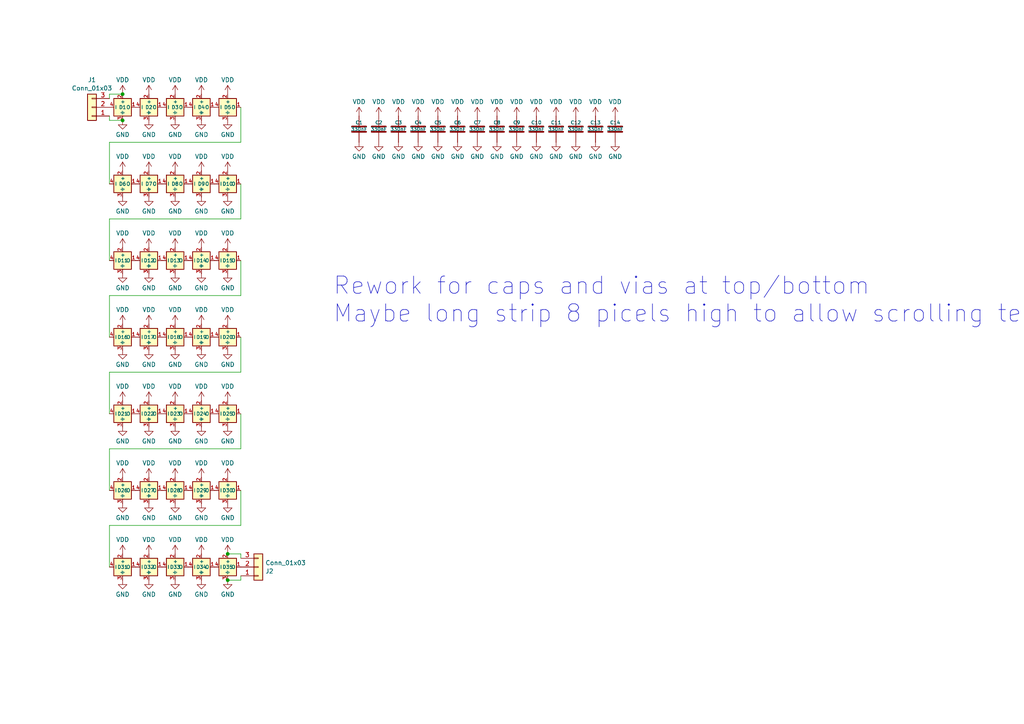
<source format=kicad_sch>
(kicad_sch (version 20230121) (generator eeschema)
  (paper "A4")
  (title_block (title "LED ring coaster") (date "${DATE}") (rev "1") (comment 1 "@revk@toot.me.uk") (comment 2 "www.me.uk"))
  (lib_symbols
    (symbol "Connector_Generic:Conn_01x03" (pin_names (offset 1.016) hide)
      (property "Reference" "J" (at 0 5.08 0))
      (property "Value" "Conn_01x03" (at 0 -5.08 0))
      (symbol "Conn_01x03_1_1"
        (rectangle (start -1.27 -2.413) (end 0 -2.667) (stroke (width 0.1524)))
        (rectangle (start -1.27 0.127) (end 0 -0.127) (stroke (width 0.1524)))
        (rectangle (start -1.27 2.667) (end 0 2.413) (stroke (width 0.1524)))
        (rectangle (start -1.27 3.81) (end 1.27 -3.81) (stroke (width 0.254)) (fill (type background)))
        (pin passive line (at -5.08 2.54 0) (length 3.81) (name "Pin_1") (number "1"))
        (pin passive line (at -5.08 0 0) (length 3.81) (name "Pin_2") (number "2"))
        (pin passive line (at -5.08 -2.54 0) (length 3.81) (name "Pin_3") (number "3"))
      )
    )
    (symbol "Device:C" (pin_numbers hide) (pin_names (offset 0.254))
      (property "Reference" "C" (at 0.635 2.54 0))
      (property "Value" "C" (at 0.635 -2.54 0))
      (symbol "C_0_1"
        (polyline (pts (xy -2.032 -0.762) (xy 2.032 -0.762)) (stroke (width 0.508)))
        (polyline (pts (xy -2.032 0.762) (xy 2.032 0.762)) (stroke (width 0.508)))
      )
      (symbol "C_1_1"
        (pin passive line (at 0 3.81 270) (length 2.794) (name "~") (number "1"))
        (pin passive line (at 0 -3.81 90) (length 2.794) (name "~") (number "2"))
      )
    )
    (symbol "RevK:WS2812B-1mm" (pin_names (offset 0.254))
      (property "Reference" "D" (at 0 0 0))
      (symbol "WS2812B-1mm_0_1"
        (rectangle (start -2.54 2.54) (end 2.54 -2.54) (stroke (width 0.254)) (fill (type background)))
      )
      (symbol "WS2812B-1mm_1_1"
        (pin output line (at 3.81 0 180) (length 1.27) (name "O") (number "1"))
        (pin power_in line (at 0 3.81 270) (length 1.27) (name "+") (number "2"))
        (pin power_in line (at 0 -3.81 90) (length 1.27) (name "⏚") (number "3"))
        (pin input line (at -3.81 0 0) (length 1.27) (name "I") (number "4"))
      )
    )
    (symbol "power:GND" (power) (pin_names (offset 0))
      (property "Value" "GND" (at 0 -3.81 0))
      (symbol "GND_0_1"
        (polyline (pts (xy 0 0) (xy 0 -1.27) (xy 1.27 -1.27) (xy 0 -2.54) (xy -1.27 -1.27) (xy 0 -1.27)))
      )
      (symbol "GND_1_1"
        (pin power_in line (at 0 0 270) (length 0) hide (name "GND") (number "1"))
      )
    )
    (symbol "power:VDD" (power) (pin_names (offset 0))
      (property "Value" "VDD" (at 0 3.81 0))
      (symbol "VDD_0_1"
        (polyline (pts (xy -0.762 1.27) (xy 0 2.54)))
        (polyline (pts (xy 0 0) (xy 0 2.54)))
        (polyline (pts (xy 0 2.54) (xy 0.762 1.27)))
      )
      (symbol "VDD_1_1"
        (pin power_in line (at 0 0 90) (length 0) hide (name "VDD") (number "1"))
      )
    )
  )
  (junction (at 66.04 168.275))
  (junction (at 35.56 27.305))
  (junction (at 66.04 160.655))
  (junction (at 35.56 34.925))
  (wire (pts (xy 69.85 161.925) (xy 69.85 160.655)))
  (wire (pts (xy 31.75 152.4) (xy 31.75 164.465)))
  (wire (pts (xy 31.75 130.175) (xy 31.75 142.24)))
  (wire (pts (xy 69.85 75.565) (xy 69.85 85.725)))
  (wire (pts (xy 69.85 160.655) (xy 66.04 160.655)))
  (wire (pts (xy 69.85 130.175) (xy 31.75 130.175)))
  (wire (pts (xy 31.75 27.305) (xy 35.56 27.305)))
  (wire (pts (xy 31.75 63.5) (xy 31.75 75.565)))
  (wire (pts (xy 69.85 142.24) (xy 69.85 152.4)))
  (wire (pts (xy 69.85 31.115) (xy 69.85 41.275)))
  (wire (pts (xy 69.85 97.79) (xy 69.85 107.95)))
  (wire (pts (xy 69.85 168.275) (xy 66.04 168.275)))
  (wire (pts (xy 31.75 107.95) (xy 31.75 120.015)))
  (wire (pts (xy 31.75 41.275) (xy 31.75 53.34)))
  (wire (pts (xy 31.75 33.655) (xy 31.75 34.925)))
  (wire (pts (xy 69.85 63.5) (xy 31.75 63.5)))
  (wire (pts (xy 31.75 28.575) (xy 31.75 27.305)))
  (wire (pts (xy 31.75 34.925) (xy 35.56 34.925)))
  (wire (pts (xy 31.75 85.725) (xy 31.75 97.79)))
  (wire (pts (xy 69.85 120.015) (xy 69.85 130.175)))
  (wire (pts (xy 69.85 85.725) (xy 31.75 85.725)))
  (wire (pts (xy 69.85 41.275) (xy 31.75 41.275)))
  (wire (pts (xy 69.85 53.34) (xy 69.85 63.5)))
  (wire (pts (xy 69.85 107.95) (xy 31.75 107.95)))
  (wire (pts (xy 69.85 152.4) (xy 31.75 152.4)))
  (wire (pts (xy 69.85 167.005) (xy 69.85 168.275)))
  (text "Rework for caps and vias at top/bottom\nMaybe long strip 8 picels high to allow scrolling text" (at 96.52 93.98 0) (effects (font (size 5 5)) (justify left bottom)))
  (symbol (lib_id "power:GND") (at 50.8 168.275 0) (unit 1)
    (property "Reference" "#PWR092" (effects hide))
    (property "Value" "GND" (at 50.8 172.4081 0))
  )
  (symbol (lib_id "power:VDD") (at 121.285 33.655 0) (unit 1)
    (property "Reference" "#PWR010" (effects hide))
    (property "Value" "VDD" (at 121.285 29.5219 0))
  )
  (symbol (lib_id "power:VDD") (at 172.72 33.655 0) (unit 1)
    (property "Reference" "#PWR095" (effects hide))
    (property "Value" "VDD" (at 172.72 29.5219 0))
  )
  (symbol (lib_id "RevK:WS2812B-1mm") (at 43.18 120.015 0) (unit 1)
    (property "Reference" "D22" (at 43.18 120.015 0) (effects (font (size 1 1))))
    (property "Value" "XL-1010RGBC-WS2812B" (effects hide))
    (property "Footprint" "RevK:SMD1010" (effects hide))
    (property "Datasheet" "https://datasheet.lcsc.com/lcsc/2301111010_XINGLIGHT-XL-1010RGBC-WS2812B_C5349953.pdf" (effects hide))
    (property "LCSC Part #" "C5349953" (effects hide))
  )
  (symbol (lib_id "Device:C") (at 104.14 37.465 0) (unit 1)
    (property "Reference" "C1" (at 104.14 35.56 0) (effects (font (size 1 1))))
    (property "Value" "330nF" (at 104.14 37.465 0) (effects (font (size 1 1))))
    (property "Footprint" "RevK:C_0402" (effects hide))
  )
  (symbol (lib_id "RevK:WS2812B-1mm") (at 66.04 142.24 0) (unit 1)
    (property "Reference" "D30" (at 66.04 142.24 0) (effects (font (size 1 1))))
    (property "Value" "XL-1010RGBC-WS2812B" (effects hide))
    (property "Footprint" "RevK:SMD1010" (effects hide))
    (property "Datasheet" "https://datasheet.lcsc.com/lcsc/2301111010_XINGLIGHT-XL-1010RGBC-WS2812B_C5349953.pdf" (effects hide))
    (property "LCSC Part #" "C5349953" (effects hide))
  )
  (symbol (lib_id "power:GND") (at 35.56 79.375 0) (unit 1)
    (property "Reference" "#PWR050" (effects hide))
    (property "Value" "GND" (at 35.56 83.5081 0))
  )
  (symbol (lib_id "power:VDD") (at 144.145 33.655 0) (unit 1)
    (property "Reference" "#PWR016" (effects hide))
    (property "Value" "VDD" (at 144.145 29.5219 0))
  )
  (symbol (lib_id "RevK:WS2812B-1mm") (at 66.04 75.565 0) (unit 1)
    (property "Reference" "D15" (at 66.04 75.565 0) (effects (font (size 1 1))))
    (property "Value" "XL-1010RGBC-WS2812B" (effects hide))
    (property "Footprint" "RevK:SMD1010" (effects hide))
    (property "Datasheet" "https://datasheet.lcsc.com/lcsc/2301111010_XINGLIGHT-XL-1010RGBC-WS2812B_C5349953.pdf" (effects hide))
    (property "LCSC Part #" "C5349953" (effects hide))
  )
  (symbol (lib_id "power:GND") (at 35.56 101.6 0) (unit 1)
    (property "Reference" "#PWR060" (effects hide))
    (property "Value" "GND" (at 35.56 105.7331 0))
  )
  (symbol (lib_id "power:VDD") (at 58.42 138.43 0) (unit 1)
    (property "Reference" "#PWR078" (effects hide))
    (property "Value" "VDD" (at 58.42 134.2969 0))
  )
  (symbol (lib_id "power:GND") (at 149.86 41.275 0) (unit 1)
    (property "Reference" "#PWR031" (effects hide))
    (property "Value" "GND" (at 149.86 45.4081 0))
  )
  (symbol (lib_id "power:GND") (at 66.04 146.05 0) (unit 1)
    (property "Reference" "#PWR084" (effects hide))
    (property "Value" "GND" (at 66.04 150.1831 0))
  )
  (symbol (lib_id "power:GND") (at 127 41.275 0) (unit 1)
    (property "Reference" "#PWR017" (effects hide))
    (property "Value" "GND" (at 127 45.4081 0))
  )
  (symbol (lib_id "RevK:WS2812B-1mm") (at 43.18 75.565 0) (unit 1)
    (property "Reference" "D12" (at 43.18 75.565 0) (effects (font (size 1 1))))
    (property "Value" "XL-1010RGBC-WS2812B" (effects hide))
    (property "Footprint" "RevK:SMD1010" (effects hide))
    (property "Datasheet" "https://datasheet.lcsc.com/lcsc/2301111010_XINGLIGHT-XL-1010RGBC-WS2812B_C5349953.pdf" (effects hide))
    (property "LCSC Part #" "C5349953" (effects hide))
  )
  (symbol (lib_id "Device:C") (at 115.57 37.465 0) (unit 1)
    (property "Reference" "C3" (at 115.57 35.56 0) (effects (font (size 1 1))))
    (property "Value" "330nF" (at 115.57 37.465 0) (effects (font (size 1 1))))
    (property "Footprint" "RevK:C_0402" (effects hide))
  )
  (symbol (lib_id "RevK:WS2812B-1mm") (at 50.8 164.465 0) (unit 1)
    (property "Reference" "D33" (at 50.8 164.465 0) (effects (font (size 1 1))))
    (property "Value" "XL-1010RGBC-WS2812B" (effects hide))
    (property "Footprint" "RevK:SMD1010" (effects hide))
    (property "Datasheet" "https://datasheet.lcsc.com/lcsc/2301111010_XINGLIGHT-XL-1010RGBC-WS2812B_C5349953.pdf" (effects hide))
    (property "LCSC Part #" "C5349953" (effects hide))
  )
  (symbol (lib_id "RevK:WS2812B-1mm") (at 58.42 120.015 0) (unit 1)
    (property "Reference" "D24" (at 58.42 120.015 0) (effects (font (size 1 1))))
    (property "Value" "XL-1010RGBC-WS2812B" (effects hide))
    (property "Footprint" "RevK:SMD1010" (effects hide))
    (property "Datasheet" "https://datasheet.lcsc.com/lcsc/2301111010_XINGLIGHT-XL-1010RGBC-WS2812B_C5349953.pdf" (effects hide))
    (property "LCSC Part #" "C5349953" (effects hide))
  )
  (symbol (lib_id "RevK:WS2812B-1mm") (at 35.56 31.115 0) (unit 1)
    (property "Reference" "D1" (at 35.56 31.115 0) (effects (font (size 1 1))))
    (property "Value" "XL-1010RGBC-WS2812B" (effects hide))
    (property "Footprint" "RevK:SMD1010" (effects hide))
    (property "Datasheet" "https://datasheet.lcsc.com/lcsc/2301111010_XINGLIGHT-XL-1010RGBC-WS2812B_C5349953.pdf" (effects hide))
    (property "LCSC Part #" "C5349953" (effects hide))
  )
  (symbol (lib_id "power:VDD") (at 115.57 33.655 0) (unit 1)
    (property "Reference" "#PWR09" (effects hide))
    (property "Value" "VDD" (at 115.57 29.5219 0))
  )
  (symbol (lib_id "RevK:WS2812B-1mm") (at 58.42 164.465 0) (unit 1)
    (property "Reference" "D34" (at 58.42 164.465 0) (effects (font (size 1 1))))
    (property "Value" "XL-1010RGBC-WS2812B" (effects hide))
    (property "Footprint" "RevK:SMD1010" (effects hide))
    (property "Datasheet" "https://datasheet.lcsc.com/lcsc/2301111010_XINGLIGHT-XL-1010RGBC-WS2812B_C5349953.pdf" (effects hide))
    (property "LCSC Part #" "C5349953" (effects hide))
  )
  (symbol (lib_id "power:GND") (at 155.575 41.275 0) (unit 1)
    (property "Reference" "#PWR032" (effects hide))
    (property "Value" "GND" (at 155.575 45.4081 0))
  )
  (symbol (lib_id "power:GND") (at 43.18 79.375 0) (unit 1)
    (property "Reference" "#PWR051" (effects hide))
    (property "Value" "GND" (at 43.18 83.5081 0))
  )
  (symbol (lib_id "power:GND") (at 178.435 41.275 0) (unit 1)
    (property "Reference" "#PWR098" (effects hide))
    (property "Value" "GND" (at 178.435 45.4081 0))
  )
  (symbol (lib_id "power:VDD") (at 35.56 93.98 0) (unit 1)
    (property "Reference" "#PWR055" (effects hide))
    (property "Value" "VDD" (at 35.56 89.8469 0))
  )
  (symbol (lib_id "power:GND") (at 109.855 41.275 0) (unit 1)
    (property "Reference" "#PWR08" (effects hide))
    (property "Value" "GND" (at 109.855 45.4081 0))
  )
  (symbol (lib_id "power:VDD") (at 43.18 71.755 0) (unit 1)
    (property "Reference" "#PWR046" (effects hide))
    (property "Value" "VDD" (at 43.18 67.6219 0))
  )
  (symbol (lib_id "power:GND") (at 50.8 34.925 0) (unit 1)
    (property "Reference" "#PWR020" (effects hide))
    (property "Value" "GND" (at 50.8 39.0581 0))
  )
  (symbol (lib_id "Device:C") (at 109.855 37.465 0) (unit 1)
    (property "Reference" "C2" (at 109.855 35.56 0) (effects (font (size 1 1))))
    (property "Value" "330nF" (at 109.855 37.465 0) (effects (font (size 1 1))))
    (property "Footprint" "RevK:C_0402" (effects hide))
  )
  (symbol (lib_id "power:VDD") (at 138.43 33.655 0) (unit 1)
    (property "Reference" "#PWR015" (effects hide))
    (property "Value" "VDD" (at 138.43 29.5219 0))
  )
  (symbol (lib_id "Device:C") (at 155.575 37.465 0) (unit 1)
    (property "Reference" "C10" (at 155.575 35.56 0) (effects (font (size 1 1))))
    (property "Value" "330nF" (at 155.575 37.465 0) (effects (font (size 1 1))))
    (property "Footprint" "RevK:C_0402" (effects hide))
  )
  (symbol (lib_id "power:VDD") (at 35.56 116.205 0) (unit 1)
    (property "Reference" "#PWR065" (effects hide))
    (property "Value" "VDD" (at 35.56 112.0719 0))
  )
  (symbol (lib_id "RevK:WS2812B-1mm") (at 58.42 75.565 0) (unit 1)
    (property "Reference" "D14" (at 58.42 75.565 0) (effects (font (size 1 1))))
    (property "Value" "XL-1010RGBC-WS2812B" (effects hide))
    (property "Footprint" "RevK:SMD1010" (effects hide))
    (property "Datasheet" "https://datasheet.lcsc.com/lcsc/2301111010_XINGLIGHT-XL-1010RGBC-WS2812B_C5349953.pdf" (effects hide))
    (property "LCSC Part #" "C5349953" (effects hide))
  )
  (symbol (lib_id "power:VDD") (at 50.8 116.205 0) (unit 1)
    (property "Reference" "#PWR067" (effects hide))
    (property "Value" "VDD" (at 50.8 112.0719 0))
  )
  (symbol (lib_id "power:GND") (at 43.18 101.6 0) (unit 1)
    (property "Reference" "#PWR061" (effects hide))
    (property "Value" "GND" (at 43.18 105.7331 0))
  )
  (symbol (lib_id "power:GND") (at 35.56 168.275 0) (unit 1)
    (property "Reference" "#PWR090" (effects hide))
    (property "Value" "GND" (at 35.56 172.4081 0))
  )
  (symbol (lib_id "power:GND") (at 58.42 79.375 0) (unit 1)
    (property "Reference" "#PWR053" (effects hide))
    (property "Value" "GND" (at 58.42 83.5081 0))
  )
  (symbol (lib_id "power:VDD") (at 50.8 49.53 0) (unit 1)
    (property "Reference" "#PWR037" (effects hide))
    (property "Value" "VDD" (at 50.8 45.3969 0))
  )
  (symbol (lib_id "power:VDD") (at 149.86 33.655 0) (unit 1)
    (property "Reference" "#PWR027" (effects hide))
    (property "Value" "VDD" (at 149.86 29.5219 0))
  )
  (symbol (lib_id "power:VDD") (at 161.29 33.655 0) (unit 1)
    (property "Reference" "#PWR029" (effects hide))
    (property "Value" "VDD" (at 161.29 29.5219 0))
  )
  (symbol (lib_id "power:GND") (at 66.04 34.925 0) (unit 1)
    (property "Reference" "#PWR022" (effects hide))
    (property "Value" "GND" (at 66.04 39.0581 0))
  )
  (symbol (lib_id "power:GND") (at 144.145 41.275 0) (unit 1)
    (property "Reference" "#PWR026" (effects hide))
    (property "Value" "GND" (at 144.145 45.4081 0))
  )
  (symbol (lib_id "Device:C") (at 144.145 37.465 0) (unit 1)
    (property "Reference" "C8" (at 144.145 35.56 0) (effects (font (size 1 1))))
    (property "Value" "330nF" (at 144.145 37.465 0) (effects (font (size 1 1))))
    (property "Footprint" "RevK:C_0402" (effects hide))
  )
  (symbol (lib_id "power:GND") (at 121.285 41.275 0) (unit 1)
    (property "Reference" "#PWR012" (effects hide))
    (property "Value" "GND" (at 121.285 45.4081 0))
  )
  (symbol (lib_id "power:VDD") (at 178.435 33.655 0) (unit 1)
    (property "Reference" "#PWR097" (effects hide))
    (property "Value" "VDD" (at 178.435 29.5219 0))
  )
  (symbol (lib_id "power:GND") (at 43.18 146.05 0) (unit 1)
    (property "Reference" "#PWR081" (effects hide))
    (property "Value" "GND" (at 43.18 150.1831 0))
  )
  (symbol (lib_id "RevK:WS2812B-1mm") (at 66.04 97.79 0) (unit 1)
    (property "Reference" "D20" (at 66.04 97.79 0) (effects (font (size 1 1))))
    (property "Value" "XL-1010RGBC-WS2812B" (effects hide))
    (property "Footprint" "RevK:SMD1010" (effects hide))
    (property "Datasheet" "https://datasheet.lcsc.com/lcsc/2301111010_XINGLIGHT-XL-1010RGBC-WS2812B_C5349953.pdf" (effects hide))
    (property "LCSC Part #" "C5349953" (effects hide))
  )
  (symbol (lib_id "power:GND") (at 167.005 41.275 0) (unit 1)
    (property "Reference" "#PWR034" (effects hide))
    (property "Value" "GND" (at 167.005 45.4081 0))
  )
  (symbol (lib_id "power:VDD") (at 127 33.655 0) (unit 1)
    (property "Reference" "#PWR013" (effects hide))
    (property "Value" "VDD" (at 127 29.5219 0))
  )
  (symbol (lib_id "power:GND") (at 66.04 79.375 0) (unit 1)
    (property "Reference" "#PWR054" (effects hide))
    (property "Value" "GND" (at 66.04 83.5081 0))
  )
  (symbol (lib_id "power:VDD") (at 66.04 27.305 0) (unit 1)
    (property "Reference" "#PWR05" (effects hide))
    (property "Value" "VDD" (at 66.04 23.1719 0))
  )
  (symbol (lib_id "Device:C") (at 127 37.465 0) (unit 1)
    (property "Reference" "C5" (at 127 35.56 0) (effects (font (size 1 1))))
    (property "Value" "330nF" (at 127 37.465 0) (effects (font (size 1 1))))
    (property "Footprint" "RevK:C_0402" (effects hide))
  )
  (symbol (lib_id "RevK:WS2812B-1mm") (at 35.56 53.34 0) (unit 1)
    (property "Reference" "D6" (at 35.56 53.34 0) (effects (font (size 1 1))))
    (property "Value" "XL-1010RGBC-WS2812B" (effects hide))
    (property "Footprint" "RevK:SMD1010" (effects hide))
    (property "Datasheet" "https://datasheet.lcsc.com/lcsc/2301111010_XINGLIGHT-XL-1010RGBC-WS2812B_C5349953.pdf" (effects hide))
    (property "LCSC Part #" "C5349953" (effects hide))
  )
  (symbol (lib_id "power:VDD") (at 35.56 138.43 0) (unit 1)
    (property "Reference" "#PWR075" (effects hide))
    (property "Value" "VDD" (at 35.56 134.2969 0))
  )
  (symbol (lib_id "RevK:WS2812B-1mm") (at 66.04 164.465 0) (unit 1)
    (property "Reference" "D35" (at 66.04 164.465 0) (effects (font (size 1 1))))
    (property "Value" "XL-1010RGBC-WS2812B" (effects hide))
    (property "Footprint" "RevK:SMD1010" (effects hide))
    (property "Datasheet" "https://datasheet.lcsc.com/lcsc/2301111010_XINGLIGHT-XL-1010RGBC-WS2812B_C5349953.pdf" (effects hide))
    (property "LCSC Part #" "C5349953" (effects hide))
  )
  (symbol (lib_id "Device:C") (at 178.435 37.465 0) (unit 1)
    (property "Reference" "C14" (at 178.435 35.56 0) (effects (font (size 1 1))))
    (property "Value" "330nF" (at 178.435 37.465 0) (effects (font (size 1 1))))
    (property "Footprint" "RevK:C_0402" (effects hide))
  )
  (symbol (lib_id "RevK:WS2812B-1mm") (at 35.56 164.465 0) (unit 1)
    (property "Reference" "D31" (at 35.56 164.465 0) (effects (font (size 1 1))))
    (property "Value" "XL-1010RGBC-WS2812B" (effects hide))
    (property "Footprint" "RevK:SMD1010" (effects hide))
    (property "Datasheet" "https://datasheet.lcsc.com/lcsc/2301111010_XINGLIGHT-XL-1010RGBC-WS2812B_C5349953.pdf" (effects hide))
    (property "LCSC Part #" "C5349953" (effects hide))
  )
  (symbol (lib_id "RevK:WS2812B-1mm") (at 50.8 75.565 0) (unit 1)
    (property "Reference" "D13" (at 50.8 75.565 0) (effects (font (size 1 1))))
    (property "Value" "XL-1010RGBC-WS2812B" (effects hide))
    (property "Footprint" "RevK:SMD1010" (effects hide))
    (property "Datasheet" "https://datasheet.lcsc.com/lcsc/2301111010_XINGLIGHT-XL-1010RGBC-WS2812B_C5349953.pdf" (effects hide))
    (property "LCSC Part #" "C5349953" (effects hide))
  )
  (symbol (lib_id "power:GND") (at 43.18 57.15 0) (unit 1)
    (property "Reference" "#PWR041" (effects hide))
    (property "Value" "GND" (at 43.18 61.2831 0))
  )
  (symbol (lib_id "power:VDD") (at 155.575 33.655 0) (unit 1)
    (property "Reference" "#PWR028" (effects hide))
    (property "Value" "VDD" (at 155.575 29.5219 0))
  )
  (symbol (lib_id "power:GND") (at 138.43 41.275 0) (unit 1)
    (property "Reference" "#PWR025" (effects hide))
    (property "Value" "GND" (at 138.43 45.4081 0))
  )
  (symbol (lib_id "power:GND") (at 161.29 41.275 0) (unit 1)
    (property "Reference" "#PWR033" (effects hide))
    (property "Value" "GND" (at 161.29 45.4081 0))
  )
  (symbol (lib_id "Device:C") (at 161.29 37.465 0) (unit 1)
    (property "Reference" "C11" (at 161.29 35.56 0) (effects (font (size 1 1))))
    (property "Value" "330nF" (at 161.29 37.465 0) (effects (font (size 1 1))))
    (property "Footprint" "RevK:C_0402" (effects hide))
  )
  (symbol (lib_id "power:GND") (at 50.8 57.15 0) (unit 1)
    (property "Reference" "#PWR042" (effects hide))
    (property "Value" "GND" (at 50.8 61.2831 0))
  )
  (symbol (lib_id "power:VDD") (at 50.8 93.98 0) (unit 1)
    (property "Reference" "#PWR057" (effects hide))
    (property "Value" "VDD" (at 50.8 89.8469 0))
  )
  (symbol (lib_id "RevK:WS2812B-1mm") (at 50.8 97.79 0) (unit 1)
    (property "Reference" "D18" (at 50.8 97.79 0) (effects (font (size 1 1))))
    (property "Value" "XL-1010RGBC-WS2812B" (effects hide))
    (property "Footprint" "RevK:SMD1010" (effects hide))
    (property "Datasheet" "https://datasheet.lcsc.com/lcsc/2301111010_XINGLIGHT-XL-1010RGBC-WS2812B_C5349953.pdf" (effects hide))
    (property "LCSC Part #" "C5349953" (effects hide))
  )
  (symbol (lib_id "RevK:WS2812B-1mm") (at 58.42 97.79 0) (unit 1)
    (property "Reference" "D19" (at 58.42 97.79 0) (effects (font (size 1 1))))
    (property "Value" "XL-1010RGBC-WS2812B" (effects hide))
    (property "Footprint" "RevK:SMD1010" (effects hide))
    (property "Datasheet" "https://datasheet.lcsc.com/lcsc/2301111010_XINGLIGHT-XL-1010RGBC-WS2812B_C5349953.pdf" (effects hide))
    (property "LCSC Part #" "C5349953" (effects hide))
  )
  (symbol (lib_id "power:VDD") (at 58.42 27.305 0) (unit 1)
    (property "Reference" "#PWR04" (effects hide))
    (property "Value" "VDD" (at 58.42 23.1719 0))
  )
  (symbol (lib_id "power:GND") (at 58.42 57.15 0) (unit 1)
    (property "Reference" "#PWR043" (effects hide))
    (property "Value" "GND" (at 58.42 61.2831 0))
  )
  (symbol (lib_id "power:GND") (at 58.42 34.925 0) (unit 1)
    (property "Reference" "#PWR021" (effects hide))
    (property "Value" "GND" (at 58.42 39.0581 0))
  )
  (symbol (lib_id "RevK:WS2812B-1mm") (at 50.8 142.24 0) (unit 1)
    (property "Reference" "D28" (at 50.8 142.24 0) (effects (font (size 1 1))))
    (property "Value" "XL-1010RGBC-WS2812B" (effects hide))
    (property "Footprint" "RevK:SMD1010" (effects hide))
    (property "Datasheet" "https://datasheet.lcsc.com/lcsc/2301111010_XINGLIGHT-XL-1010RGBC-WS2812B_C5349953.pdf" (effects hide))
    (property "LCSC Part #" "C5349953" (effects hide))
  )
  (symbol (lib_id "power:GND") (at 50.8 146.05 0) (unit 1)
    (property "Reference" "#PWR082" (effects hide))
    (property "Value" "GND" (at 50.8 150.1831 0))
  )
  (symbol (lib_id "power:VDD") (at 50.8 138.43 0) (unit 1)
    (property "Reference" "#PWR077" (effects hide))
    (property "Value" "VDD" (at 50.8 134.2969 0))
  )
  (symbol (lib_id "power:GND") (at 58.42 146.05 0) (unit 1)
    (property "Reference" "#PWR083" (effects hide))
    (property "Value" "GND" (at 58.42 150.1831 0))
  )
  (symbol (lib_id "power:GND") (at 43.18 123.825 0) (unit 1)
    (property "Reference" "#PWR071" (effects hide))
    (property "Value" "GND" (at 43.18 127.9581 0))
  )
  (symbol (lib_id "power:VDD") (at 167.005 33.655 0) (unit 1)
    (property "Reference" "#PWR030" (effects hide))
    (property "Value" "VDD" (at 167.005 29.5219 0))
  )
  (symbol (lib_id "power:GND") (at 66.04 101.6 0) (unit 1)
    (property "Reference" "#PWR064" (effects hide))
    (property "Value" "GND" (at 66.04 105.7331 0))
  )
  (symbol (lib_id "power:GND") (at 104.14 41.275 0) (unit 1)
    (property "Reference" "#PWR023" (effects hide))
    (property "Value" "GND" (at 104.14 45.4081 0))
  )
  (symbol (lib_id "power:GND") (at 43.18 168.275 0) (unit 1)
    (property "Reference" "#PWR091" (effects hide))
    (property "Value" "GND" (at 43.18 172.4081 0))
  )
  (symbol (lib_id "power:GND") (at 58.42 101.6 0) (unit 1)
    (property "Reference" "#PWR063" (effects hide))
    (property "Value" "GND" (at 58.42 105.7331 0))
  )
  (symbol (lib_id "power:VDD") (at 35.56 49.53 0) (unit 1)
    (property "Reference" "#PWR035" (effects hide))
    (property "Value" "VDD" (at 35.56 45.3969 0))
  )
  (symbol (lib_id "power:GND") (at 58.42 123.825 0) (unit 1)
    (property "Reference" "#PWR073" (effects hide))
    (property "Value" "GND" (at 58.42 127.9581 0))
  )
  (symbol (lib_id "Device:C") (at 138.43 37.465 0) (unit 1)
    (property "Reference" "C7" (at 138.43 35.56 0) (effects (font (size 1 1))))
    (property "Value" "330nF" (at 138.43 37.465 0) (effects (font (size 1 1))))
    (property "Footprint" "RevK:C_0402" (effects hide))
  )
  (symbol (lib_id "power:VDD") (at 50.8 160.655 0) (unit 1)
    (property "Reference" "#PWR087" (effects hide))
    (property "Value" "VDD" (at 50.8 156.5219 0))
  )
  (symbol (lib_id "power:VDD") (at 58.42 116.205 0) (unit 1)
    (property "Reference" "#PWR068" (effects hide))
    (property "Value" "VDD" (at 58.42 112.0719 0))
  )
  (symbol (lib_id "power:VDD") (at 104.14 33.655 0) (unit 1)
    (property "Reference" "#PWR06" (effects hide))
    (property "Value" "VDD" (at 104.14 29.5219 0))
  )
  (symbol (lib_id "power:GND") (at 50.8 123.825 0) (unit 1)
    (property "Reference" "#PWR072" (effects hide))
    (property "Value" "GND" (at 50.8 127.9581 0))
  )
  (symbol (lib_id "RevK:WS2812B-1mm") (at 43.18 53.34 0) (unit 1)
    (property "Reference" "D7" (at 43.18 53.34 0) (effects (font (size 1 1))))
    (property "Value" "XL-1010RGBC-WS2812B" (effects hide))
    (property "Footprint" "RevK:SMD1010" (effects hide))
    (property "Datasheet" "https://datasheet.lcsc.com/lcsc/2301111010_XINGLIGHT-XL-1010RGBC-WS2812B_C5349953.pdf" (effects hide))
    (property "LCSC Part #" "C5349953" (effects hide))
  )
  (symbol (lib_id "power:VDD") (at 43.18 49.53 0) (unit 1)
    (property "Reference" "#PWR036" (effects hide))
    (property "Value" "VDD" (at 43.18 45.3969 0))
  )
  (symbol (lib_id "Device:C") (at 132.715 37.465 0) (unit 1)
    (property "Reference" "C6" (at 132.715 35.56 0) (effects (font (size 1 1))))
    (property "Value" "330nF" (at 132.715 37.465 0) (effects (font (size 1 1))))
    (property "Footprint" "RevK:C_0402" (effects hide))
  )
  (symbol (lib_id "power:VDD") (at 43.18 160.655 0) (unit 1)
    (property "Reference" "#PWR086" (effects hide))
    (property "Value" "VDD" (at 43.18 156.5219 0))
  )
  (symbol (lib_id "power:GND") (at 43.18 34.925 0) (unit 1)
    (property "Reference" "#PWR019" (effects hide))
    (property "Value" "GND" (at 43.18 39.0581 0))
  )
  (symbol (lib_id "power:VDD") (at 43.18 93.98 0) (unit 1)
    (property "Reference" "#PWR056" (effects hide))
    (property "Value" "VDD" (at 43.18 89.8469 0))
  )
  (symbol (lib_id "RevK:WS2812B-1mm") (at 66.04 31.115 0) (unit 1)
    (property "Reference" "D5" (at 66.04 31.115 0) (effects (font (size 1 1))))
    (property "Value" "XL-1010RGBC-WS2812B" (effects hide))
    (property "Footprint" "RevK:SMD1010" (effects hide))
    (property "Datasheet" "https://datasheet.lcsc.com/lcsc/2301111010_XINGLIGHT-XL-1010RGBC-WS2812B_C5349953.pdf" (effects hide))
    (property "LCSC Part #" "C5349953" (effects hide))
  )
  (symbol (lib_id "power:VDD") (at 66.04 138.43 0) (unit 1)
    (property "Reference" "#PWR079" (effects hide))
    (property "Value" "VDD" (at 66.04 134.2969 0))
  )
  (symbol (lib_id "power:GND") (at 115.57 41.275 0) (unit 1)
    (property "Reference" "#PWR011" (effects hide))
    (property "Value" "GND" (at 115.57 45.4081 0))
  )
  (symbol (lib_id "RevK:WS2812B-1mm") (at 43.18 142.24 0) (unit 1)
    (property "Reference" "D27" (at 43.18 142.24 0) (effects (font (size 1 1))))
    (property "Value" "XL-1010RGBC-WS2812B" (effects hide))
    (property "Footprint" "RevK:SMD1010" (effects hide))
    (property "Datasheet" "https://datasheet.lcsc.com/lcsc/2301111010_XINGLIGHT-XL-1010RGBC-WS2812B_C5349953.pdf" (effects hide))
    (property "LCSC Part #" "C5349953" (effects hide))
  )
  (symbol (lib_id "RevK:WS2812B-1mm") (at 35.56 97.79 0) (unit 1)
    (property "Reference" "D16" (at 35.56 97.79 0) (effects (font (size 1 1))))
    (property "Value" "XL-1010RGBC-WS2812B" (effects hide))
    (property "Footprint" "RevK:SMD1010" (effects hide))
    (property "Datasheet" "https://datasheet.lcsc.com/lcsc/2301111010_XINGLIGHT-XL-1010RGBC-WS2812B_C5349953.pdf" (effects hide))
    (property "LCSC Part #" "C5349953" (effects hide))
  )
  (symbol (lib_id "Connector_Generic:Conn_01x03") (at 74.93 164.465 0) (mirror x) (unit 1)
    (property "Reference" "J2" (at 76.962 165.6771 0) (effects (justify left)))
    (property "Value" "Conn_01x03" (at 76.962 163.2529 0) (effects (justify left)))
    (property "Footprint" "RevK:3-PADS" (effects hide))
  )
  (symbol (lib_id "power:GND") (at 50.8 79.375 0) (unit 1)
    (property "Reference" "#PWR052" (effects hide))
    (property "Value" "GND" (at 50.8 83.5081 0))
  )
  (symbol (lib_id "Device:C") (at 172.72 37.465 0) (unit 1)
    (property "Reference" "C13" (at 172.72 35.56 0) (effects (font (size 1 1))))
    (property "Value" "330nF" (at 172.72 37.465 0) (effects (font (size 1 1))))
    (property "Footprint" "RevK:C_0402" (effects hide))
  )
  (symbol (lib_id "power:GND") (at 132.715 41.275 0) (unit 1)
    (property "Reference" "#PWR024" (effects hide))
    (property "Value" "GND" (at 132.715 45.4081 0))
  )
  (symbol (lib_id "Connector_Generic:Conn_01x03") (at 26.67 31.115 180) (unit 1)
    (property "Reference" "J1" (at 26.67 23.1607 0))
    (property "Value" "Conn_01x03" (at 26.67 25.5849 0))
    (property "Footprint" "RevK:3-PADS" (effects hide))
  )
  (symbol (lib_id "Device:C") (at 121.285 37.465 0) (unit 1)
    (property "Reference" "C4" (at 121.285 35.56 0) (effects (font (size 1 1))))
    (property "Value" "330nF" (at 121.285 37.465 0) (effects (font (size 1 1))))
    (property "Footprint" "RevK:C_0402" (effects hide))
  )
  (symbol (lib_id "power:VDD") (at 66.04 71.755 0) (unit 1)
    (property "Reference" "#PWR049" (effects hide))
    (property "Value" "VDD" (at 66.04 67.6219 0))
  )
  (symbol (lib_id "RevK:WS2812B-1mm") (at 43.18 164.465 0) (unit 1)
    (property "Reference" "D32" (at 43.18 164.465 0) (effects (font (size 1 1))))
    (property "Value" "XL-1010RGBC-WS2812B" (effects hide))
    (property "Footprint" "RevK:SMD1010" (effects hide))
    (property "Datasheet" "https://datasheet.lcsc.com/lcsc/2301111010_XINGLIGHT-XL-1010RGBC-WS2812B_C5349953.pdf" (effects hide))
    (property "LCSC Part #" "C5349953" (effects hide))
  )
  (symbol (lib_id "power:VDD") (at 35.56 160.655 0) (unit 1)
    (property "Reference" "#PWR085" (effects hide))
    (property "Value" "VDD" (at 35.56 156.5219 0))
  )
  (symbol (lib_id "RevK:WS2812B-1mm") (at 43.18 97.79 0) (unit 1)
    (property "Reference" "D17" (at 43.18 97.79 0) (effects (font (size 1 1))))
    (property "Value" "XL-1010RGBC-WS2812B" (effects hide))
    (property "Footprint" "RevK:SMD1010" (effects hide))
    (property "Datasheet" "https://datasheet.lcsc.com/lcsc/2301111010_XINGLIGHT-XL-1010RGBC-WS2812B_C5349953.pdf" (effects hide))
    (property "LCSC Part #" "C5349953" (effects hide))
  )
  (symbol (lib_id "RevK:WS2812B-1mm") (at 35.56 75.565 0) (unit 1)
    (property "Reference" "D11" (at 35.56 75.565 0) (effects (font (size 1 1))))
    (property "Value" "XL-1010RGBC-WS2812B" (effects hide))
    (property "Footprint" "RevK:SMD1010" (effects hide))
    (property "Datasheet" "https://datasheet.lcsc.com/lcsc/2301111010_XINGLIGHT-XL-1010RGBC-WS2812B_C5349953.pdf" (effects hide))
    (property "LCSC Part #" "C5349953" (effects hide))
  )
  (symbol (lib_id "power:VDD") (at 58.42 93.98 0) (unit 1)
    (property "Reference" "#PWR058" (effects hide))
    (property "Value" "VDD" (at 58.42 89.8469 0))
  )
  (symbol (lib_id "power:VDD") (at 66.04 160.655 0) (unit 1)
    (property "Reference" "#PWR089" (effects hide))
    (property "Value" "VDD" (at 66.04 156.5219 0))
  )
  (symbol (lib_id "RevK:WS2812B-1mm") (at 35.56 142.24 0) (unit 1)
    (property "Reference" "D26" (at 35.56 142.24 0) (effects (font (size 1 1))))
    (property "Value" "XL-1010RGBC-WS2812B" (effects hide))
    (property "Footprint" "RevK:SMD1010" (effects hide))
    (property "Datasheet" "https://datasheet.lcsc.com/lcsc/2301111010_XINGLIGHT-XL-1010RGBC-WS2812B_C5349953.pdf" (effects hide))
    (property "LCSC Part #" "C5349953" (effects hide))
  )
  (symbol (lib_id "RevK:WS2812B-1mm") (at 58.42 31.115 0) (unit 1)
    (property "Reference" "D4" (at 58.42 31.115 0) (effects (font (size 1 1))))
    (property "Value" "XL-1010RGBC-WS2812B" (effects hide))
    (property "Footprint" "RevK:SMD1010" (effects hide))
    (property "Datasheet" "https://datasheet.lcsc.com/lcsc/2301111010_XINGLIGHT-XL-1010RGBC-WS2812B_C5349953.pdf" (effects hide))
    (property "LCSC Part #" "C5349953" (effects hide))
  )
  (symbol (lib_id "RevK:WS2812B-1mm") (at 66.04 120.015 0) (unit 1)
    (property "Reference" "D25" (at 66.04 120.015 0) (effects (font (size 1 1))))
    (property "Value" "XL-1010RGBC-WS2812B" (effects hide))
    (property "Footprint" "RevK:SMD1010" (effects hide))
    (property "Datasheet" "https://datasheet.lcsc.com/lcsc/2301111010_XINGLIGHT-XL-1010RGBC-WS2812B_C5349953.pdf" (effects hide))
    (property "LCSC Part #" "C5349953" (effects hide))
  )
  (symbol (lib_id "power:VDD") (at 50.8 71.755 0) (unit 1)
    (property "Reference" "#PWR047" (effects hide))
    (property "Value" "VDD" (at 50.8 67.6219 0))
  )
  (symbol (lib_id "power:VDD") (at 35.56 27.305 0) (unit 1)
    (property "Reference" "#PWR01" (effects hide))
    (property "Value" "VDD" (at 35.56 23.1719 0))
  )
  (symbol (lib_id "power:GND") (at 66.04 57.15 0) (unit 1)
    (property "Reference" "#PWR044" (effects hide))
    (property "Value" "GND" (at 66.04 61.2831 0))
  )
  (symbol (lib_id "power:VDD") (at 35.56 71.755 0) (unit 1)
    (property "Reference" "#PWR045" (effects hide))
    (property "Value" "VDD" (at 35.56 67.6219 0))
  )
  (symbol (lib_id "power:VDD") (at 109.855 33.655 0) (unit 1)
    (property "Reference" "#PWR07" (effects hide))
    (property "Value" "VDD" (at 109.855 29.5219 0))
  )
  (symbol (lib_id "power:VDD") (at 43.18 138.43 0) (unit 1)
    (property "Reference" "#PWR076" (effects hide))
    (property "Value" "VDD" (at 43.18 134.2969 0))
  )
  (symbol (lib_id "RevK:WS2812B-1mm") (at 58.42 142.24 0) (unit 1)
    (property "Reference" "D29" (at 58.42 142.24 0) (effects (font (size 1 1))))
    (property "Value" "XL-1010RGBC-WS2812B" (effects hide))
    (property "Footprint" "RevK:SMD1010" (effects hide))
    (property "Datasheet" "https://datasheet.lcsc.com/lcsc/2301111010_XINGLIGHT-XL-1010RGBC-WS2812B_C5349953.pdf" (effects hide))
    (property "LCSC Part #" "C5349953" (effects hide))
  )
  (symbol (lib_id "RevK:WS2812B-1mm") (at 43.18 31.115 0) (unit 1)
    (property "Reference" "D2" (at 43.18 31.115 0) (effects (font (size 1 1))))
    (property "Value" "XL-1010RGBC-WS2812B" (effects hide))
    (property "Footprint" "RevK:SMD1010" (effects hide))
    (property "Datasheet" "https://datasheet.lcsc.com/lcsc/2301111010_XINGLIGHT-XL-1010RGBC-WS2812B_C5349953.pdf" (effects hide))
    (property "LCSC Part #" "C5349953" (effects hide))
  )
  (symbol (lib_id "RevK:WS2812B-1mm") (at 50.8 53.34 0) (unit 1)
    (property "Reference" "D8" (at 50.8 53.34 0) (effects (font (size 1 1))))
    (property "Value" "XL-1010RGBC-WS2812B" (effects hide))
    (property "Footprint" "RevK:SMD1010" (effects hide))
    (property "Datasheet" "https://datasheet.lcsc.com/lcsc/2301111010_XINGLIGHT-XL-1010RGBC-WS2812B_C5349953.pdf" (effects hide))
    (property "LCSC Part #" "C5349953" (effects hide))
  )
  (symbol (lib_id "power:VDD") (at 132.715 33.655 0) (unit 1)
    (property "Reference" "#PWR014" (effects hide))
    (property "Value" "VDD" (at 132.715 29.5219 0))
  )
  (symbol (lib_id "power:VDD") (at 66.04 49.53 0) (unit 1)
    (property "Reference" "#PWR039" (effects hide))
    (property "Value" "VDD" (at 66.04 45.3969 0))
  )
  (symbol (lib_id "power:GND") (at 172.72 41.275 0) (unit 1)
    (property "Reference" "#PWR096" (effects hide))
    (property "Value" "GND" (at 172.72 45.4081 0))
  )
  (symbol (lib_id "power:VDD") (at 58.42 71.755 0) (unit 1)
    (property "Reference" "#PWR048" (effects hide))
    (property "Value" "VDD" (at 58.42 67.6219 0))
  )
  (symbol (lib_id "Device:C") (at 149.86 37.465 0) (unit 1)
    (property "Reference" "C9" (at 149.86 35.56 0) (effects (font (size 1 1))))
    (property "Value" "330nF" (at 149.86 37.465 0) (effects (font (size 1 1))))
    (property "Footprint" "RevK:C_0402" (effects hide))
  )
  (symbol (lib_id "power:GND") (at 35.56 34.925 0) (unit 1)
    (property "Reference" "#PWR018" (effects hide))
    (property "Value" "GND" (at 35.56 39.0581 0))
  )
  (symbol (lib_id "power:GND") (at 35.56 123.825 0) (unit 1)
    (property "Reference" "#PWR070" (effects hide))
    (property "Value" "GND" (at 35.56 127.9581 0))
  )
  (symbol (lib_id "power:GND") (at 35.56 57.15 0) (unit 1)
    (property "Reference" "#PWR040" (effects hide))
    (property "Value" "GND" (at 35.56 61.2831 0))
  )
  (symbol (lib_id "Device:C") (at 167.005 37.465 0) (unit 1)
    (property "Reference" "C12" (at 167.005 35.56 0) (effects (font (size 1 1))))
    (property "Value" "330nF" (at 167.005 37.465 0) (effects (font (size 1 1))))
    (property "Footprint" "RevK:C_0402" (effects hide))
  )
  (symbol (lib_id "power:GND") (at 50.8 101.6 0) (unit 1)
    (property "Reference" "#PWR062" (effects hide))
    (property "Value" "GND" (at 50.8 105.7331 0))
  )
  (symbol (lib_id "RevK:WS2812B-1mm") (at 35.56 120.015 0) (unit 1)
    (property "Reference" "D21" (at 35.56 120.015 0) (effects (font (size 1 1))))
    (property "Value" "XL-1010RGBC-WS2812B" (effects hide))
    (property "Footprint" "RevK:SMD1010" (effects hide))
    (property "Datasheet" "https://datasheet.lcsc.com/lcsc/2301111010_XINGLIGHT-XL-1010RGBC-WS2812B_C5349953.pdf" (effects hide))
    (property "LCSC Part #" "C5349953" (effects hide))
  )
  (symbol (lib_id "power:VDD") (at 58.42 160.655 0) (unit 1)
    (property "Reference" "#PWR088" (effects hide))
    (property "Value" "VDD" (at 58.42 156.5219 0))
  )
  (symbol (lib_id "power:GND") (at 58.42 168.275 0) (unit 1)
    (property "Reference" "#PWR093" (effects hide))
    (property "Value" "GND" (at 58.42 172.4081 0))
  )
  (symbol (lib_id "power:VDD") (at 50.8 27.305 0) (unit 1)
    (property "Reference" "#PWR03" (effects hide))
    (property "Value" "VDD" (at 50.8 23.1719 0))
  )
  (symbol (lib_id "power:GND") (at 66.04 168.275 0) (unit 1)
    (property "Reference" "#PWR094" (effects hide))
    (property "Value" "GND" (at 66.04 172.4081 0))
  )
  (symbol (lib_id "RevK:WS2812B-1mm") (at 66.04 53.34 0) (unit 1)
    (property "Reference" "D10" (at 66.04 53.34 0) (effects (font (size 1 1))))
    (property "Value" "XL-1010RGBC-WS2812B" (effects hide))
    (property "Footprint" "RevK:SMD1010" (effects hide))
    (property "Datasheet" "https://datasheet.lcsc.com/lcsc/2301111010_XINGLIGHT-XL-1010RGBC-WS2812B_C5349953.pdf" (effects hide))
    (property "LCSC Part #" "C5349953" (effects hide))
  )
  (symbol (lib_id "power:VDD") (at 58.42 49.53 0) (unit 1)
    (property "Reference" "#PWR038" (effects hide))
    (property "Value" "VDD" (at 58.42 45.3969 0))
  )
  (symbol (lib_id "RevK:WS2812B-1mm") (at 58.42 53.34 0) (unit 1)
    (property "Reference" "D9" (at 58.42 53.34 0) (effects (font (size 1 1))))
    (property "Value" "XL-1010RGBC-WS2812B" (effects hide))
    (property "Footprint" "RevK:SMD1010" (effects hide))
    (property "Datasheet" "https://datasheet.lcsc.com/lcsc/2301111010_XINGLIGHT-XL-1010RGBC-WS2812B_C5349953.pdf" (effects hide))
    (property "LCSC Part #" "C5349953" (effects hide))
  )
  (symbol (lib_id "power:VDD") (at 66.04 116.205 0) (unit 1)
    (property "Reference" "#PWR069" (effects hide))
    (property "Value" "VDD" (at 66.04 112.0719 0))
  )
  (symbol (lib_id "power:GND") (at 66.04 123.825 0) (unit 1)
    (property "Reference" "#PWR074" (effects hide))
    (property "Value" "GND" (at 66.04 127.9581 0))
  )
  (symbol (lib_id "power:VDD") (at 43.18 116.205 0) (unit 1)
    (property "Reference" "#PWR066" (effects hide))
    (property "Value" "VDD" (at 43.18 112.0719 0))
  )
  (symbol (lib_id "RevK:WS2812B-1mm") (at 50.8 31.115 0) (unit 1)
    (property "Reference" "D3" (at 50.8 31.115 0) (effects (font (size 1 1))))
    (property "Value" "XL-1010RGBC-WS2812B" (effects hide))
    (property "Footprint" "RevK:SMD1010" (effects hide))
    (property "Datasheet" "https://datasheet.lcsc.com/lcsc/2301111010_XINGLIGHT-XL-1010RGBC-WS2812B_C5349953.pdf" (effects hide))
    (property "LCSC Part #" "C5349953" (effects hide))
  )
  (symbol (lib_id "RevK:WS2812B-1mm") (at 50.8 120.015 0) (unit 1)
    (property "Reference" "D23" (at 50.8 120.015 0) (effects (font (size 1 1))))
    (property "Value" "XL-1010RGBC-WS2812B" (effects hide))
    (property "Footprint" "RevK:SMD1010" (effects hide))
    (property "Datasheet" "https://datasheet.lcsc.com/lcsc/2301111010_XINGLIGHT-XL-1010RGBC-WS2812B_C5349953.pdf" (effects hide))
    (property "LCSC Part #" "C5349953" (effects hide))
  )
  (symbol (lib_id "power:VDD") (at 66.04 93.98 0) (unit 1)
    (property "Reference" "#PWR059" (effects hide))
    (property "Value" "VDD" (at 66.04 89.8469 0))
  )
  (symbol (lib_id "power:VDD") (at 43.18 27.305 0) (unit 1)
    (property "Reference" "#PWR02" (effects hide))
    (property "Value" "VDD" (at 43.18 23.1719 0))
  )
  (symbol (lib_id "power:GND") (at 35.56 146.05 0) (unit 1)
    (property "Reference" "#PWR080" (effects hide))
    (property "Value" "GND" (at 35.56 150.1831 0))
  )
)
</source>
